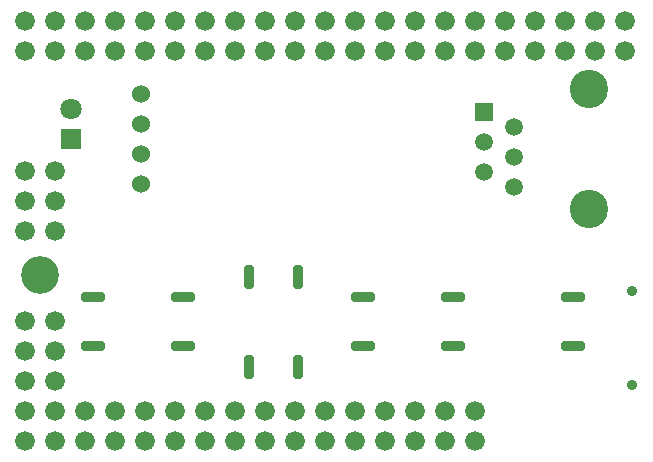
<source format=gbr>
%TF.GenerationSoftware,KiCad,Pcbnew,(6.0.8)*%
%TF.CreationDate,2022-11-19T01:29:10-06:00*%
%TF.ProjectId,coleco-adam-ade-pro-embed-shield,636f6c65-636f-42d6-9164-616d2d616465,rev?*%
%TF.SameCoordinates,Original*%
%TF.FileFunction,Soldermask,Top*%
%TF.FilePolarity,Negative*%
%FSLAX46Y46*%
G04 Gerber Fmt 4.6, Leading zero omitted, Abs format (unit mm)*
G04 Created by KiCad (PCBNEW (6.0.8)) date 2022-11-19 01:29:10*
%MOMM*%
%LPD*%
G01*
G04 APERTURE LIST*
G04 Aperture macros list*
%AMRoundRect*
0 Rectangle with rounded corners*
0 $1 Rounding radius*
0 $2 $3 $4 $5 $6 $7 $8 $9 X,Y pos of 4 corners*
0 Add a 4 corners polygon primitive as box body*
4,1,4,$2,$3,$4,$5,$6,$7,$8,$9,$2,$3,0*
0 Add four circle primitives for the rounded corners*
1,1,$1+$1,$2,$3*
1,1,$1+$1,$4,$5*
1,1,$1+$1,$6,$7*
1,1,$1+$1,$8,$9*
0 Add four rect primitives between the rounded corners*
20,1,$1+$1,$2,$3,$4,$5,0*
20,1,$1+$1,$4,$5,$6,$7,0*
20,1,$1+$1,$6,$7,$8,$9,0*
20,1,$1+$1,$8,$9,$2,$3,0*%
G04 Aperture macros list end*
%ADD10C,3.200000*%
%ADD11C,1.676400*%
%ADD12RoundRect,0.200000X0.800000X-0.200000X0.800000X0.200000X-0.800000X0.200000X-0.800000X-0.200000X0*%
%ADD13RoundRect,0.200000X-0.200000X-0.800000X0.200000X-0.800000X0.200000X0.800000X-0.200000X0.800000X0*%
%ADD14R,1.800000X1.800000*%
%ADD15C,1.800000*%
%ADD16C,1.524000*%
%ADD17C,3.250000*%
%ADD18R,1.520000X1.520000*%
%ADD19C,1.520000*%
%ADD20C,0.900000*%
G04 APERTURE END LIST*
D10*
%TO.C,U1*%
X122670000Y-88710000D03*
D11*
X164580000Y-67220000D03*
X164580000Y-69760000D03*
X167120000Y-67220000D03*
X167120000Y-69760000D03*
X121400000Y-85000000D03*
X159500000Y-102780000D03*
X159500000Y-100240000D03*
X156960000Y-102780000D03*
X156960000Y-100240000D03*
X154420000Y-102780000D03*
X154420000Y-100240000D03*
X151880000Y-102780000D03*
X151880000Y-100240000D03*
X149340000Y-102780000D03*
X149340000Y-100240000D03*
X146800000Y-102780000D03*
X146800000Y-100240000D03*
X144260000Y-102780000D03*
X144260000Y-100240000D03*
X141720000Y-102780000D03*
X141720000Y-100240000D03*
X162040000Y-69760000D03*
X156960000Y-69760000D03*
X156960000Y-67220000D03*
X154420000Y-69760000D03*
X154420000Y-67220000D03*
X151880000Y-69760000D03*
X151880000Y-67220000D03*
X149340000Y-69760000D03*
X149340000Y-67220000D03*
X146800000Y-69760000D03*
X146800000Y-67220000D03*
X144260000Y-69760000D03*
X144260000Y-67220000D03*
X141720000Y-69760000D03*
X141720000Y-67220000D03*
X139180000Y-69760000D03*
X139180000Y-67220000D03*
X136640000Y-69760000D03*
X136640000Y-67220000D03*
X134100000Y-69760000D03*
X134100000Y-67220000D03*
X131560000Y-69760000D03*
X131560000Y-67220000D03*
X129020000Y-69760000D03*
X129020000Y-67220000D03*
X126480000Y-69760000D03*
X126480000Y-67220000D03*
X123940000Y-69760000D03*
X123940000Y-67220000D03*
X121400000Y-69760000D03*
X121400000Y-67220000D03*
X139180000Y-102780000D03*
X139180000Y-100240000D03*
X136640000Y-102780000D03*
X136640000Y-100240000D03*
X134100000Y-102780000D03*
X134100000Y-100240000D03*
X131560000Y-102780000D03*
X131560000Y-100240000D03*
X129020000Y-102780000D03*
X129020000Y-100240000D03*
X126480000Y-102780000D03*
X126480000Y-100240000D03*
X123940000Y-102780000D03*
X123940000Y-100240000D03*
X121400000Y-102780000D03*
X121400000Y-100240000D03*
X121400000Y-97700000D03*
X123940000Y-97700000D03*
X121400000Y-95160000D03*
X123940000Y-95160000D03*
X121400000Y-92620000D03*
X123940000Y-92620000D03*
X169660000Y-67220000D03*
X169660000Y-69760000D03*
X121400000Y-79920000D03*
X123940000Y-85000000D03*
X121400000Y-82460000D03*
X123940000Y-79920000D03*
X162040000Y-67220000D03*
X159500000Y-69760000D03*
X123940000Y-82460000D03*
X159500000Y-67220000D03*
X172200000Y-67220000D03*
X172200000Y-69760000D03*
%TD*%
D12*
%TO.C,SW2*%
X134775000Y-94759200D03*
X134775000Y-90559200D03*
%TD*%
D13*
%TO.C,SW3*%
X140295000Y-88849200D03*
X144495000Y-88849200D03*
%TD*%
D12*
%TO.C,SW6*%
X157635000Y-94759200D03*
X157635000Y-90559200D03*
%TD*%
D14*
%TO.C,D1*%
X125272800Y-77221000D03*
D15*
X125272800Y-74681000D03*
%TD*%
D12*
%TO.C,SW7*%
X167795000Y-94759200D03*
X167795000Y-90559200D03*
%TD*%
%TO.C,SW5*%
X150015000Y-94759200D03*
X150015000Y-90559200D03*
%TD*%
%TO.C,SW1*%
X127155000Y-94759200D03*
X127155000Y-90559200D03*
%TD*%
D16*
%TO.C,U2*%
X131220000Y-73400000D03*
X131220000Y-75940000D03*
X131220000Y-78480000D03*
X131220000Y-81020000D03*
%TD*%
D13*
%TO.C,SW4*%
X140295000Y-96469200D03*
X144495000Y-96469200D03*
%TD*%
D17*
%TO.C,J2*%
X169115600Y-72999600D03*
X169115600Y-83159600D03*
D18*
X160225600Y-74909600D03*
D19*
X162765600Y-76179600D03*
X160225600Y-77449600D03*
X162765600Y-78719600D03*
X160225600Y-79989600D03*
X162765600Y-81259600D03*
%TD*%
D20*
%TO.C,P1*%
X172759200Y-90071400D03*
X172759200Y-98071400D03*
%TD*%
M02*

</source>
